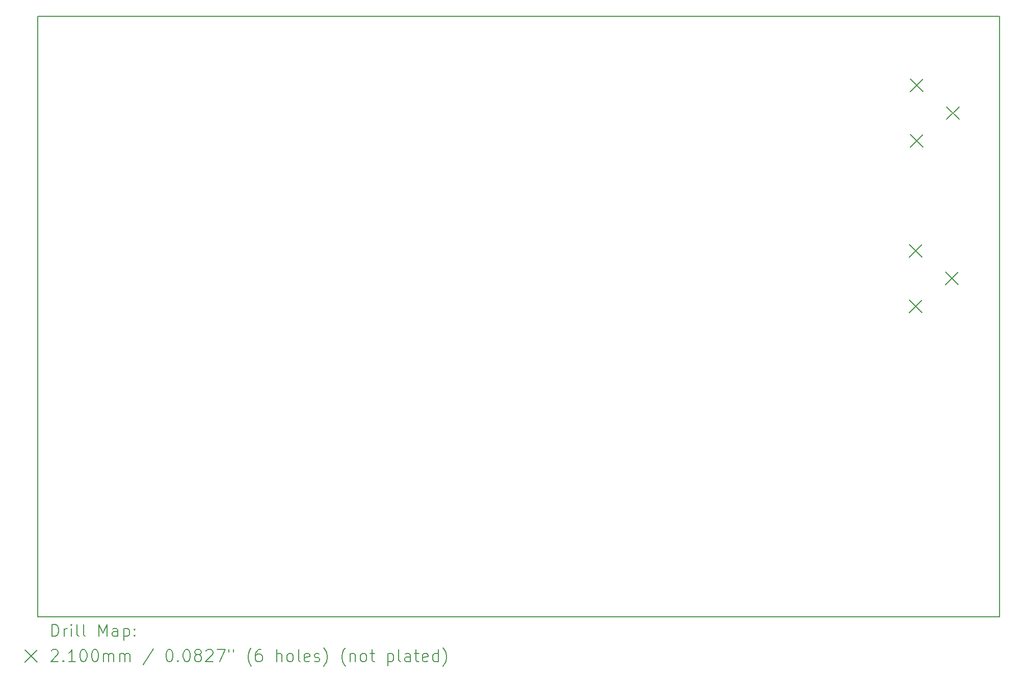
<source format=gbr>
%TF.GenerationSoftware,KiCad,Pcbnew,7.0.1*%
%TF.CreationDate,2024-01-30T15:51:58+01:00*%
%TF.ProjectId,smd_aio,736d645f-6169-46f2-9e6b-696361645f70,rev?*%
%TF.SameCoordinates,Original*%
%TF.FileFunction,Drillmap*%
%TF.FilePolarity,Positive*%
%FSLAX45Y45*%
G04 Gerber Fmt 4.5, Leading zero omitted, Abs format (unit mm)*
G04 Created by KiCad (PCBNEW 7.0.1) date 2024-01-30 15:51:58*
%MOMM*%
%LPD*%
G01*
G04 APERTURE LIST*
%ADD10C,0.150000*%
%ADD11C,0.200000*%
%ADD12C,0.210000*%
G04 APERTURE END LIST*
D10*
X1879600Y-1701800D02*
X17856200Y-1701800D01*
X17856200Y-11684000D01*
X1879600Y-11684000D01*
X1879600Y-1701800D01*
D11*
D12*
X16360100Y-5491300D02*
X16570100Y-5701300D01*
X16570100Y-5491300D02*
X16360100Y-5701300D01*
X16360100Y-6411300D02*
X16570100Y-6621300D01*
X16570100Y-6411300D02*
X16360100Y-6621300D01*
X16382600Y-2741300D02*
X16592600Y-2951300D01*
X16592600Y-2741300D02*
X16382600Y-2951300D01*
X16382600Y-3661300D02*
X16592600Y-3871300D01*
X16592600Y-3661300D02*
X16382600Y-3871300D01*
X16960100Y-5951300D02*
X17170100Y-6161300D01*
X17170100Y-5951300D02*
X16960100Y-6161300D01*
X16982600Y-3201300D02*
X17192600Y-3411300D01*
X17192600Y-3201300D02*
X16982600Y-3411300D01*
D11*
X2119719Y-12004024D02*
X2119719Y-11804024D01*
X2119719Y-11804024D02*
X2167338Y-11804024D01*
X2167338Y-11804024D02*
X2195910Y-11813548D01*
X2195910Y-11813548D02*
X2214957Y-11832595D01*
X2214957Y-11832595D02*
X2224481Y-11851643D01*
X2224481Y-11851643D02*
X2234005Y-11889738D01*
X2234005Y-11889738D02*
X2234005Y-11918309D01*
X2234005Y-11918309D02*
X2224481Y-11956405D01*
X2224481Y-11956405D02*
X2214957Y-11975452D01*
X2214957Y-11975452D02*
X2195910Y-11994500D01*
X2195910Y-11994500D02*
X2167338Y-12004024D01*
X2167338Y-12004024D02*
X2119719Y-12004024D01*
X2319719Y-12004024D02*
X2319719Y-11870690D01*
X2319719Y-11908786D02*
X2329243Y-11889738D01*
X2329243Y-11889738D02*
X2338767Y-11880214D01*
X2338767Y-11880214D02*
X2357814Y-11870690D01*
X2357814Y-11870690D02*
X2376862Y-11870690D01*
X2443529Y-12004024D02*
X2443529Y-11870690D01*
X2443529Y-11804024D02*
X2434005Y-11813548D01*
X2434005Y-11813548D02*
X2443529Y-11823071D01*
X2443529Y-11823071D02*
X2453052Y-11813548D01*
X2453052Y-11813548D02*
X2443529Y-11804024D01*
X2443529Y-11804024D02*
X2443529Y-11823071D01*
X2567338Y-12004024D02*
X2548290Y-11994500D01*
X2548290Y-11994500D02*
X2538767Y-11975452D01*
X2538767Y-11975452D02*
X2538767Y-11804024D01*
X2672100Y-12004024D02*
X2653052Y-11994500D01*
X2653052Y-11994500D02*
X2643529Y-11975452D01*
X2643529Y-11975452D02*
X2643529Y-11804024D01*
X2900671Y-12004024D02*
X2900671Y-11804024D01*
X2900671Y-11804024D02*
X2967338Y-11946881D01*
X2967338Y-11946881D02*
X3034005Y-11804024D01*
X3034005Y-11804024D02*
X3034005Y-12004024D01*
X3214957Y-12004024D02*
X3214957Y-11899262D01*
X3214957Y-11899262D02*
X3205433Y-11880214D01*
X3205433Y-11880214D02*
X3186386Y-11870690D01*
X3186386Y-11870690D02*
X3148290Y-11870690D01*
X3148290Y-11870690D02*
X3129243Y-11880214D01*
X3214957Y-11994500D02*
X3195909Y-12004024D01*
X3195909Y-12004024D02*
X3148290Y-12004024D01*
X3148290Y-12004024D02*
X3129243Y-11994500D01*
X3129243Y-11994500D02*
X3119719Y-11975452D01*
X3119719Y-11975452D02*
X3119719Y-11956405D01*
X3119719Y-11956405D02*
X3129243Y-11937357D01*
X3129243Y-11937357D02*
X3148290Y-11927833D01*
X3148290Y-11927833D02*
X3195909Y-11927833D01*
X3195909Y-11927833D02*
X3214957Y-11918309D01*
X3310195Y-11870690D02*
X3310195Y-12070690D01*
X3310195Y-11880214D02*
X3329243Y-11870690D01*
X3329243Y-11870690D02*
X3367338Y-11870690D01*
X3367338Y-11870690D02*
X3386386Y-11880214D01*
X3386386Y-11880214D02*
X3395909Y-11889738D01*
X3395909Y-11889738D02*
X3405433Y-11908786D01*
X3405433Y-11908786D02*
X3405433Y-11965928D01*
X3405433Y-11965928D02*
X3395909Y-11984976D01*
X3395909Y-11984976D02*
X3386386Y-11994500D01*
X3386386Y-11994500D02*
X3367338Y-12004024D01*
X3367338Y-12004024D02*
X3329243Y-12004024D01*
X3329243Y-12004024D02*
X3310195Y-11994500D01*
X3491148Y-11984976D02*
X3500671Y-11994500D01*
X3500671Y-11994500D02*
X3491148Y-12004024D01*
X3491148Y-12004024D02*
X3481624Y-11994500D01*
X3481624Y-11994500D02*
X3491148Y-11984976D01*
X3491148Y-11984976D02*
X3491148Y-12004024D01*
X3491148Y-11880214D02*
X3500671Y-11889738D01*
X3500671Y-11889738D02*
X3491148Y-11899262D01*
X3491148Y-11899262D02*
X3481624Y-11889738D01*
X3481624Y-11889738D02*
X3491148Y-11880214D01*
X3491148Y-11880214D02*
X3491148Y-11899262D01*
X1672100Y-12231500D02*
X1872100Y-12431500D01*
X1872100Y-12231500D02*
X1672100Y-12431500D01*
X2110195Y-12243071D02*
X2119719Y-12233548D01*
X2119719Y-12233548D02*
X2138767Y-12224024D01*
X2138767Y-12224024D02*
X2186386Y-12224024D01*
X2186386Y-12224024D02*
X2205433Y-12233548D01*
X2205433Y-12233548D02*
X2214957Y-12243071D01*
X2214957Y-12243071D02*
X2224481Y-12262119D01*
X2224481Y-12262119D02*
X2224481Y-12281167D01*
X2224481Y-12281167D02*
X2214957Y-12309738D01*
X2214957Y-12309738D02*
X2100671Y-12424024D01*
X2100671Y-12424024D02*
X2224481Y-12424024D01*
X2310195Y-12404976D02*
X2319719Y-12414500D01*
X2319719Y-12414500D02*
X2310195Y-12424024D01*
X2310195Y-12424024D02*
X2300671Y-12414500D01*
X2300671Y-12414500D02*
X2310195Y-12404976D01*
X2310195Y-12404976D02*
X2310195Y-12424024D01*
X2510195Y-12424024D02*
X2395910Y-12424024D01*
X2453052Y-12424024D02*
X2453052Y-12224024D01*
X2453052Y-12224024D02*
X2434005Y-12252595D01*
X2434005Y-12252595D02*
X2414957Y-12271643D01*
X2414957Y-12271643D02*
X2395910Y-12281167D01*
X2634005Y-12224024D02*
X2653052Y-12224024D01*
X2653052Y-12224024D02*
X2672100Y-12233548D01*
X2672100Y-12233548D02*
X2681624Y-12243071D01*
X2681624Y-12243071D02*
X2691148Y-12262119D01*
X2691148Y-12262119D02*
X2700671Y-12300214D01*
X2700671Y-12300214D02*
X2700671Y-12347833D01*
X2700671Y-12347833D02*
X2691148Y-12385928D01*
X2691148Y-12385928D02*
X2681624Y-12404976D01*
X2681624Y-12404976D02*
X2672100Y-12414500D01*
X2672100Y-12414500D02*
X2653052Y-12424024D01*
X2653052Y-12424024D02*
X2634005Y-12424024D01*
X2634005Y-12424024D02*
X2614957Y-12414500D01*
X2614957Y-12414500D02*
X2605433Y-12404976D01*
X2605433Y-12404976D02*
X2595910Y-12385928D01*
X2595910Y-12385928D02*
X2586386Y-12347833D01*
X2586386Y-12347833D02*
X2586386Y-12300214D01*
X2586386Y-12300214D02*
X2595910Y-12262119D01*
X2595910Y-12262119D02*
X2605433Y-12243071D01*
X2605433Y-12243071D02*
X2614957Y-12233548D01*
X2614957Y-12233548D02*
X2634005Y-12224024D01*
X2824481Y-12224024D02*
X2843529Y-12224024D01*
X2843529Y-12224024D02*
X2862576Y-12233548D01*
X2862576Y-12233548D02*
X2872100Y-12243071D01*
X2872100Y-12243071D02*
X2881624Y-12262119D01*
X2881624Y-12262119D02*
X2891148Y-12300214D01*
X2891148Y-12300214D02*
X2891148Y-12347833D01*
X2891148Y-12347833D02*
X2881624Y-12385928D01*
X2881624Y-12385928D02*
X2872100Y-12404976D01*
X2872100Y-12404976D02*
X2862576Y-12414500D01*
X2862576Y-12414500D02*
X2843529Y-12424024D01*
X2843529Y-12424024D02*
X2824481Y-12424024D01*
X2824481Y-12424024D02*
X2805433Y-12414500D01*
X2805433Y-12414500D02*
X2795910Y-12404976D01*
X2795910Y-12404976D02*
X2786386Y-12385928D01*
X2786386Y-12385928D02*
X2776862Y-12347833D01*
X2776862Y-12347833D02*
X2776862Y-12300214D01*
X2776862Y-12300214D02*
X2786386Y-12262119D01*
X2786386Y-12262119D02*
X2795910Y-12243071D01*
X2795910Y-12243071D02*
X2805433Y-12233548D01*
X2805433Y-12233548D02*
X2824481Y-12224024D01*
X2976862Y-12424024D02*
X2976862Y-12290690D01*
X2976862Y-12309738D02*
X2986386Y-12300214D01*
X2986386Y-12300214D02*
X3005433Y-12290690D01*
X3005433Y-12290690D02*
X3034005Y-12290690D01*
X3034005Y-12290690D02*
X3053052Y-12300214D01*
X3053052Y-12300214D02*
X3062576Y-12319262D01*
X3062576Y-12319262D02*
X3062576Y-12424024D01*
X3062576Y-12319262D02*
X3072100Y-12300214D01*
X3072100Y-12300214D02*
X3091148Y-12290690D01*
X3091148Y-12290690D02*
X3119719Y-12290690D01*
X3119719Y-12290690D02*
X3138767Y-12300214D01*
X3138767Y-12300214D02*
X3148290Y-12319262D01*
X3148290Y-12319262D02*
X3148290Y-12424024D01*
X3243529Y-12424024D02*
X3243529Y-12290690D01*
X3243529Y-12309738D02*
X3253052Y-12300214D01*
X3253052Y-12300214D02*
X3272100Y-12290690D01*
X3272100Y-12290690D02*
X3300671Y-12290690D01*
X3300671Y-12290690D02*
X3319719Y-12300214D01*
X3319719Y-12300214D02*
X3329243Y-12319262D01*
X3329243Y-12319262D02*
X3329243Y-12424024D01*
X3329243Y-12319262D02*
X3338767Y-12300214D01*
X3338767Y-12300214D02*
X3357814Y-12290690D01*
X3357814Y-12290690D02*
X3386386Y-12290690D01*
X3386386Y-12290690D02*
X3405433Y-12300214D01*
X3405433Y-12300214D02*
X3414957Y-12319262D01*
X3414957Y-12319262D02*
X3414957Y-12424024D01*
X3805433Y-12214500D02*
X3634005Y-12471643D01*
X4062576Y-12224024D02*
X4081624Y-12224024D01*
X4081624Y-12224024D02*
X4100672Y-12233548D01*
X4100672Y-12233548D02*
X4110195Y-12243071D01*
X4110195Y-12243071D02*
X4119719Y-12262119D01*
X4119719Y-12262119D02*
X4129243Y-12300214D01*
X4129243Y-12300214D02*
X4129243Y-12347833D01*
X4129243Y-12347833D02*
X4119719Y-12385928D01*
X4119719Y-12385928D02*
X4110195Y-12404976D01*
X4110195Y-12404976D02*
X4100672Y-12414500D01*
X4100672Y-12414500D02*
X4081624Y-12424024D01*
X4081624Y-12424024D02*
X4062576Y-12424024D01*
X4062576Y-12424024D02*
X4043529Y-12414500D01*
X4043529Y-12414500D02*
X4034005Y-12404976D01*
X4034005Y-12404976D02*
X4024481Y-12385928D01*
X4024481Y-12385928D02*
X4014957Y-12347833D01*
X4014957Y-12347833D02*
X4014957Y-12300214D01*
X4014957Y-12300214D02*
X4024481Y-12262119D01*
X4024481Y-12262119D02*
X4034005Y-12243071D01*
X4034005Y-12243071D02*
X4043529Y-12233548D01*
X4043529Y-12233548D02*
X4062576Y-12224024D01*
X4214957Y-12404976D02*
X4224481Y-12414500D01*
X4224481Y-12414500D02*
X4214957Y-12424024D01*
X4214957Y-12424024D02*
X4205434Y-12414500D01*
X4205434Y-12414500D02*
X4214957Y-12404976D01*
X4214957Y-12404976D02*
X4214957Y-12424024D01*
X4348291Y-12224024D02*
X4367338Y-12224024D01*
X4367338Y-12224024D02*
X4386386Y-12233548D01*
X4386386Y-12233548D02*
X4395910Y-12243071D01*
X4395910Y-12243071D02*
X4405434Y-12262119D01*
X4405434Y-12262119D02*
X4414957Y-12300214D01*
X4414957Y-12300214D02*
X4414957Y-12347833D01*
X4414957Y-12347833D02*
X4405434Y-12385928D01*
X4405434Y-12385928D02*
X4395910Y-12404976D01*
X4395910Y-12404976D02*
X4386386Y-12414500D01*
X4386386Y-12414500D02*
X4367338Y-12424024D01*
X4367338Y-12424024D02*
X4348291Y-12424024D01*
X4348291Y-12424024D02*
X4329243Y-12414500D01*
X4329243Y-12414500D02*
X4319719Y-12404976D01*
X4319719Y-12404976D02*
X4310195Y-12385928D01*
X4310195Y-12385928D02*
X4300672Y-12347833D01*
X4300672Y-12347833D02*
X4300672Y-12300214D01*
X4300672Y-12300214D02*
X4310195Y-12262119D01*
X4310195Y-12262119D02*
X4319719Y-12243071D01*
X4319719Y-12243071D02*
X4329243Y-12233548D01*
X4329243Y-12233548D02*
X4348291Y-12224024D01*
X4529243Y-12309738D02*
X4510195Y-12300214D01*
X4510195Y-12300214D02*
X4500672Y-12290690D01*
X4500672Y-12290690D02*
X4491148Y-12271643D01*
X4491148Y-12271643D02*
X4491148Y-12262119D01*
X4491148Y-12262119D02*
X4500672Y-12243071D01*
X4500672Y-12243071D02*
X4510195Y-12233548D01*
X4510195Y-12233548D02*
X4529243Y-12224024D01*
X4529243Y-12224024D02*
X4567338Y-12224024D01*
X4567338Y-12224024D02*
X4586386Y-12233548D01*
X4586386Y-12233548D02*
X4595910Y-12243071D01*
X4595910Y-12243071D02*
X4605434Y-12262119D01*
X4605434Y-12262119D02*
X4605434Y-12271643D01*
X4605434Y-12271643D02*
X4595910Y-12290690D01*
X4595910Y-12290690D02*
X4586386Y-12300214D01*
X4586386Y-12300214D02*
X4567338Y-12309738D01*
X4567338Y-12309738D02*
X4529243Y-12309738D01*
X4529243Y-12309738D02*
X4510195Y-12319262D01*
X4510195Y-12319262D02*
X4500672Y-12328786D01*
X4500672Y-12328786D02*
X4491148Y-12347833D01*
X4491148Y-12347833D02*
X4491148Y-12385928D01*
X4491148Y-12385928D02*
X4500672Y-12404976D01*
X4500672Y-12404976D02*
X4510195Y-12414500D01*
X4510195Y-12414500D02*
X4529243Y-12424024D01*
X4529243Y-12424024D02*
X4567338Y-12424024D01*
X4567338Y-12424024D02*
X4586386Y-12414500D01*
X4586386Y-12414500D02*
X4595910Y-12404976D01*
X4595910Y-12404976D02*
X4605434Y-12385928D01*
X4605434Y-12385928D02*
X4605434Y-12347833D01*
X4605434Y-12347833D02*
X4595910Y-12328786D01*
X4595910Y-12328786D02*
X4586386Y-12319262D01*
X4586386Y-12319262D02*
X4567338Y-12309738D01*
X4681624Y-12243071D02*
X4691148Y-12233548D01*
X4691148Y-12233548D02*
X4710195Y-12224024D01*
X4710195Y-12224024D02*
X4757815Y-12224024D01*
X4757815Y-12224024D02*
X4776862Y-12233548D01*
X4776862Y-12233548D02*
X4786386Y-12243071D01*
X4786386Y-12243071D02*
X4795910Y-12262119D01*
X4795910Y-12262119D02*
X4795910Y-12281167D01*
X4795910Y-12281167D02*
X4786386Y-12309738D01*
X4786386Y-12309738D02*
X4672100Y-12424024D01*
X4672100Y-12424024D02*
X4795910Y-12424024D01*
X4862576Y-12224024D02*
X4995910Y-12224024D01*
X4995910Y-12224024D02*
X4910195Y-12424024D01*
X5062576Y-12224024D02*
X5062576Y-12262119D01*
X5138767Y-12224024D02*
X5138767Y-12262119D01*
X5434005Y-12500214D02*
X5424481Y-12490690D01*
X5424481Y-12490690D02*
X5405434Y-12462119D01*
X5405434Y-12462119D02*
X5395910Y-12443071D01*
X5395910Y-12443071D02*
X5386386Y-12414500D01*
X5386386Y-12414500D02*
X5376862Y-12366881D01*
X5376862Y-12366881D02*
X5376862Y-12328786D01*
X5376862Y-12328786D02*
X5386386Y-12281167D01*
X5386386Y-12281167D02*
X5395910Y-12252595D01*
X5395910Y-12252595D02*
X5405434Y-12233548D01*
X5405434Y-12233548D02*
X5424481Y-12204976D01*
X5424481Y-12204976D02*
X5434005Y-12195452D01*
X5595910Y-12224024D02*
X5557815Y-12224024D01*
X5557815Y-12224024D02*
X5538767Y-12233548D01*
X5538767Y-12233548D02*
X5529243Y-12243071D01*
X5529243Y-12243071D02*
X5510196Y-12271643D01*
X5510196Y-12271643D02*
X5500672Y-12309738D01*
X5500672Y-12309738D02*
X5500672Y-12385928D01*
X5500672Y-12385928D02*
X5510196Y-12404976D01*
X5510196Y-12404976D02*
X5519719Y-12414500D01*
X5519719Y-12414500D02*
X5538767Y-12424024D01*
X5538767Y-12424024D02*
X5576862Y-12424024D01*
X5576862Y-12424024D02*
X5595910Y-12414500D01*
X5595910Y-12414500D02*
X5605434Y-12404976D01*
X5605434Y-12404976D02*
X5614957Y-12385928D01*
X5614957Y-12385928D02*
X5614957Y-12338309D01*
X5614957Y-12338309D02*
X5605434Y-12319262D01*
X5605434Y-12319262D02*
X5595910Y-12309738D01*
X5595910Y-12309738D02*
X5576862Y-12300214D01*
X5576862Y-12300214D02*
X5538767Y-12300214D01*
X5538767Y-12300214D02*
X5519719Y-12309738D01*
X5519719Y-12309738D02*
X5510196Y-12319262D01*
X5510196Y-12319262D02*
X5500672Y-12338309D01*
X5853053Y-12424024D02*
X5853053Y-12224024D01*
X5938767Y-12424024D02*
X5938767Y-12319262D01*
X5938767Y-12319262D02*
X5929243Y-12300214D01*
X5929243Y-12300214D02*
X5910196Y-12290690D01*
X5910196Y-12290690D02*
X5881624Y-12290690D01*
X5881624Y-12290690D02*
X5862576Y-12300214D01*
X5862576Y-12300214D02*
X5853053Y-12309738D01*
X6062576Y-12424024D02*
X6043529Y-12414500D01*
X6043529Y-12414500D02*
X6034005Y-12404976D01*
X6034005Y-12404976D02*
X6024481Y-12385928D01*
X6024481Y-12385928D02*
X6024481Y-12328786D01*
X6024481Y-12328786D02*
X6034005Y-12309738D01*
X6034005Y-12309738D02*
X6043529Y-12300214D01*
X6043529Y-12300214D02*
X6062576Y-12290690D01*
X6062576Y-12290690D02*
X6091148Y-12290690D01*
X6091148Y-12290690D02*
X6110196Y-12300214D01*
X6110196Y-12300214D02*
X6119719Y-12309738D01*
X6119719Y-12309738D02*
X6129243Y-12328786D01*
X6129243Y-12328786D02*
X6129243Y-12385928D01*
X6129243Y-12385928D02*
X6119719Y-12404976D01*
X6119719Y-12404976D02*
X6110196Y-12414500D01*
X6110196Y-12414500D02*
X6091148Y-12424024D01*
X6091148Y-12424024D02*
X6062576Y-12424024D01*
X6243529Y-12424024D02*
X6224481Y-12414500D01*
X6224481Y-12414500D02*
X6214957Y-12395452D01*
X6214957Y-12395452D02*
X6214957Y-12224024D01*
X6395910Y-12414500D02*
X6376862Y-12424024D01*
X6376862Y-12424024D02*
X6338767Y-12424024D01*
X6338767Y-12424024D02*
X6319719Y-12414500D01*
X6319719Y-12414500D02*
X6310196Y-12395452D01*
X6310196Y-12395452D02*
X6310196Y-12319262D01*
X6310196Y-12319262D02*
X6319719Y-12300214D01*
X6319719Y-12300214D02*
X6338767Y-12290690D01*
X6338767Y-12290690D02*
X6376862Y-12290690D01*
X6376862Y-12290690D02*
X6395910Y-12300214D01*
X6395910Y-12300214D02*
X6405434Y-12319262D01*
X6405434Y-12319262D02*
X6405434Y-12338309D01*
X6405434Y-12338309D02*
X6310196Y-12357357D01*
X6481624Y-12414500D02*
X6500672Y-12424024D01*
X6500672Y-12424024D02*
X6538767Y-12424024D01*
X6538767Y-12424024D02*
X6557815Y-12414500D01*
X6557815Y-12414500D02*
X6567338Y-12395452D01*
X6567338Y-12395452D02*
X6567338Y-12385928D01*
X6567338Y-12385928D02*
X6557815Y-12366881D01*
X6557815Y-12366881D02*
X6538767Y-12357357D01*
X6538767Y-12357357D02*
X6510196Y-12357357D01*
X6510196Y-12357357D02*
X6491148Y-12347833D01*
X6491148Y-12347833D02*
X6481624Y-12328786D01*
X6481624Y-12328786D02*
X6481624Y-12319262D01*
X6481624Y-12319262D02*
X6491148Y-12300214D01*
X6491148Y-12300214D02*
X6510196Y-12290690D01*
X6510196Y-12290690D02*
X6538767Y-12290690D01*
X6538767Y-12290690D02*
X6557815Y-12300214D01*
X6634005Y-12500214D02*
X6643529Y-12490690D01*
X6643529Y-12490690D02*
X6662577Y-12462119D01*
X6662577Y-12462119D02*
X6672100Y-12443071D01*
X6672100Y-12443071D02*
X6681624Y-12414500D01*
X6681624Y-12414500D02*
X6691148Y-12366881D01*
X6691148Y-12366881D02*
X6691148Y-12328786D01*
X6691148Y-12328786D02*
X6681624Y-12281167D01*
X6681624Y-12281167D02*
X6672100Y-12252595D01*
X6672100Y-12252595D02*
X6662577Y-12233548D01*
X6662577Y-12233548D02*
X6643529Y-12204976D01*
X6643529Y-12204976D02*
X6634005Y-12195452D01*
X6995910Y-12500214D02*
X6986386Y-12490690D01*
X6986386Y-12490690D02*
X6967338Y-12462119D01*
X6967338Y-12462119D02*
X6957815Y-12443071D01*
X6957815Y-12443071D02*
X6948291Y-12414500D01*
X6948291Y-12414500D02*
X6938767Y-12366881D01*
X6938767Y-12366881D02*
X6938767Y-12328786D01*
X6938767Y-12328786D02*
X6948291Y-12281167D01*
X6948291Y-12281167D02*
X6957815Y-12252595D01*
X6957815Y-12252595D02*
X6967338Y-12233548D01*
X6967338Y-12233548D02*
X6986386Y-12204976D01*
X6986386Y-12204976D02*
X6995910Y-12195452D01*
X7072100Y-12290690D02*
X7072100Y-12424024D01*
X7072100Y-12309738D02*
X7081624Y-12300214D01*
X7081624Y-12300214D02*
X7100672Y-12290690D01*
X7100672Y-12290690D02*
X7129243Y-12290690D01*
X7129243Y-12290690D02*
X7148291Y-12300214D01*
X7148291Y-12300214D02*
X7157815Y-12319262D01*
X7157815Y-12319262D02*
X7157815Y-12424024D01*
X7281624Y-12424024D02*
X7262577Y-12414500D01*
X7262577Y-12414500D02*
X7253053Y-12404976D01*
X7253053Y-12404976D02*
X7243529Y-12385928D01*
X7243529Y-12385928D02*
X7243529Y-12328786D01*
X7243529Y-12328786D02*
X7253053Y-12309738D01*
X7253053Y-12309738D02*
X7262577Y-12300214D01*
X7262577Y-12300214D02*
X7281624Y-12290690D01*
X7281624Y-12290690D02*
X7310196Y-12290690D01*
X7310196Y-12290690D02*
X7329243Y-12300214D01*
X7329243Y-12300214D02*
X7338767Y-12309738D01*
X7338767Y-12309738D02*
X7348291Y-12328786D01*
X7348291Y-12328786D02*
X7348291Y-12385928D01*
X7348291Y-12385928D02*
X7338767Y-12404976D01*
X7338767Y-12404976D02*
X7329243Y-12414500D01*
X7329243Y-12414500D02*
X7310196Y-12424024D01*
X7310196Y-12424024D02*
X7281624Y-12424024D01*
X7405434Y-12290690D02*
X7481624Y-12290690D01*
X7434005Y-12224024D02*
X7434005Y-12395452D01*
X7434005Y-12395452D02*
X7443529Y-12414500D01*
X7443529Y-12414500D02*
X7462577Y-12424024D01*
X7462577Y-12424024D02*
X7481624Y-12424024D01*
X7700672Y-12290690D02*
X7700672Y-12490690D01*
X7700672Y-12300214D02*
X7719719Y-12290690D01*
X7719719Y-12290690D02*
X7757815Y-12290690D01*
X7757815Y-12290690D02*
X7776862Y-12300214D01*
X7776862Y-12300214D02*
X7786386Y-12309738D01*
X7786386Y-12309738D02*
X7795910Y-12328786D01*
X7795910Y-12328786D02*
X7795910Y-12385928D01*
X7795910Y-12385928D02*
X7786386Y-12404976D01*
X7786386Y-12404976D02*
X7776862Y-12414500D01*
X7776862Y-12414500D02*
X7757815Y-12424024D01*
X7757815Y-12424024D02*
X7719719Y-12424024D01*
X7719719Y-12424024D02*
X7700672Y-12414500D01*
X7910196Y-12424024D02*
X7891148Y-12414500D01*
X7891148Y-12414500D02*
X7881624Y-12395452D01*
X7881624Y-12395452D02*
X7881624Y-12224024D01*
X8072100Y-12424024D02*
X8072100Y-12319262D01*
X8072100Y-12319262D02*
X8062577Y-12300214D01*
X8062577Y-12300214D02*
X8043529Y-12290690D01*
X8043529Y-12290690D02*
X8005434Y-12290690D01*
X8005434Y-12290690D02*
X7986386Y-12300214D01*
X8072100Y-12414500D02*
X8053053Y-12424024D01*
X8053053Y-12424024D02*
X8005434Y-12424024D01*
X8005434Y-12424024D02*
X7986386Y-12414500D01*
X7986386Y-12414500D02*
X7976862Y-12395452D01*
X7976862Y-12395452D02*
X7976862Y-12376405D01*
X7976862Y-12376405D02*
X7986386Y-12357357D01*
X7986386Y-12357357D02*
X8005434Y-12347833D01*
X8005434Y-12347833D02*
X8053053Y-12347833D01*
X8053053Y-12347833D02*
X8072100Y-12338309D01*
X8138767Y-12290690D02*
X8214958Y-12290690D01*
X8167339Y-12224024D02*
X8167339Y-12395452D01*
X8167339Y-12395452D02*
X8176862Y-12414500D01*
X8176862Y-12414500D02*
X8195910Y-12424024D01*
X8195910Y-12424024D02*
X8214958Y-12424024D01*
X8357815Y-12414500D02*
X8338767Y-12424024D01*
X8338767Y-12424024D02*
X8300672Y-12424024D01*
X8300672Y-12424024D02*
X8281624Y-12414500D01*
X8281624Y-12414500D02*
X8272100Y-12395452D01*
X8272100Y-12395452D02*
X8272100Y-12319262D01*
X8272100Y-12319262D02*
X8281624Y-12300214D01*
X8281624Y-12300214D02*
X8300672Y-12290690D01*
X8300672Y-12290690D02*
X8338767Y-12290690D01*
X8338767Y-12290690D02*
X8357815Y-12300214D01*
X8357815Y-12300214D02*
X8367339Y-12319262D01*
X8367339Y-12319262D02*
X8367339Y-12338309D01*
X8367339Y-12338309D02*
X8272100Y-12357357D01*
X8538767Y-12424024D02*
X8538767Y-12224024D01*
X8538767Y-12414500D02*
X8519720Y-12424024D01*
X8519720Y-12424024D02*
X8481624Y-12424024D01*
X8481624Y-12424024D02*
X8462577Y-12414500D01*
X8462577Y-12414500D02*
X8453053Y-12404976D01*
X8453053Y-12404976D02*
X8443529Y-12385928D01*
X8443529Y-12385928D02*
X8443529Y-12328786D01*
X8443529Y-12328786D02*
X8453053Y-12309738D01*
X8453053Y-12309738D02*
X8462577Y-12300214D01*
X8462577Y-12300214D02*
X8481624Y-12290690D01*
X8481624Y-12290690D02*
X8519720Y-12290690D01*
X8519720Y-12290690D02*
X8538767Y-12300214D01*
X8614958Y-12500214D02*
X8624482Y-12490690D01*
X8624482Y-12490690D02*
X8643529Y-12462119D01*
X8643529Y-12462119D02*
X8653053Y-12443071D01*
X8653053Y-12443071D02*
X8662577Y-12414500D01*
X8662577Y-12414500D02*
X8672101Y-12366881D01*
X8672101Y-12366881D02*
X8672101Y-12328786D01*
X8672101Y-12328786D02*
X8662577Y-12281167D01*
X8662577Y-12281167D02*
X8653053Y-12252595D01*
X8653053Y-12252595D02*
X8643529Y-12233548D01*
X8643529Y-12233548D02*
X8624482Y-12204976D01*
X8624482Y-12204976D02*
X8614958Y-12195452D01*
M02*

</source>
